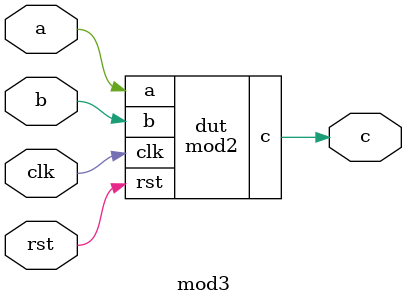
<source format=sv>

module mod1(input clk, input rst, input a, input b, output c);
    always @(posedge clk, posedge rst) begin
        if(rst) begin
        end else begin
            c <= a & b;
        end
    end
endmodule

module mod2(input clk, input rst, input a, input b, output c);
    mod1 dut(.clk(clk), .rst(rst), .a(a), .b(b), .c(c));
endmodule

module mod3(input clk, input rst, input a, input b, output c);
    mod2 dut(.clk(clk), .rst(rst), .a(a), .b(b), .c(c));
endmodule

</source>
